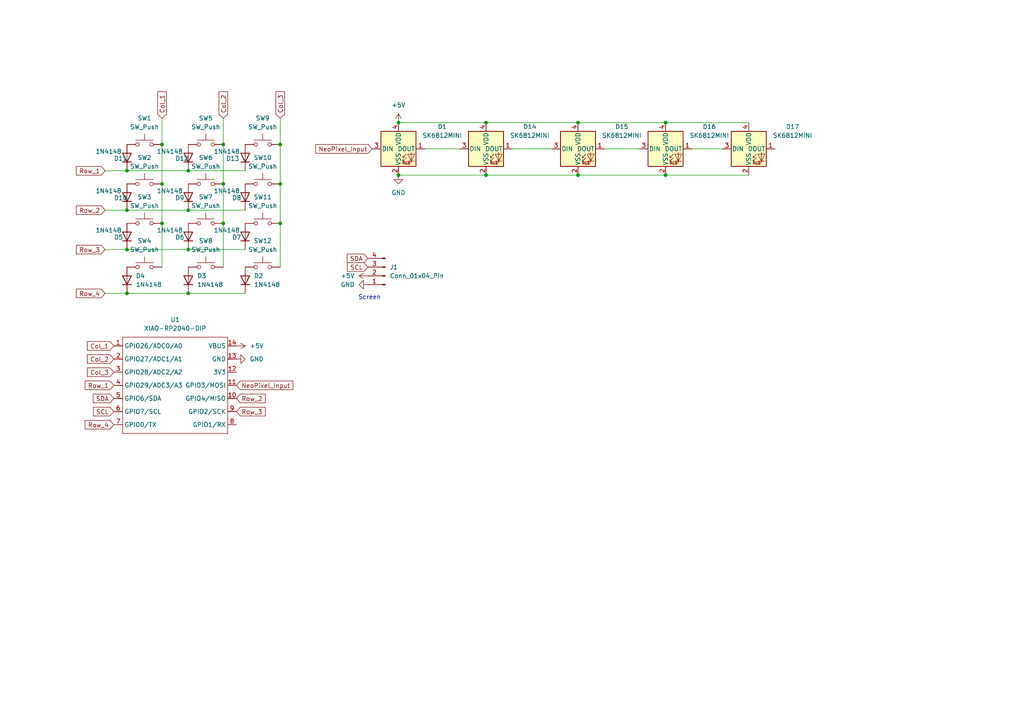
<source format=kicad_sch>
(kicad_sch (version 20250114) (generator "eeschema") (generator_version "9.0")
  (paper "A4")
  (lib_symbols
    (symbol "Connector:Conn_01x04_Pin" (pin_names (offset 1.016) (hide yes))
      (property "Reference" "J" (at 0 5.08 0))
      (property "Value" "Conn_01x04_Pin" (at 0 -7.62 0))
      (symbol "Conn_01x04_Pin_1_1"
        (rectangle (start 0.8636 2.667) (end 0 2.413) (stroke (width 0.1524)) (fill (type outline)))
        (rectangle (start 0.8636 0.127) (end 0 -0.127) (stroke (width 0.1524)) (fill (type outline)))
        (rectangle (start 0.8636 -2.413) (end 0 -2.667) (stroke (width 0.1524)) (fill (type outline)))
        (rectangle (start 0.8636 -4.953) (end 0 -5.207) (stroke (width 0.1524)) (fill (type outline)))
        (polyline (pts (xy 1.27 2.54) (xy 0.8636 2.54)) (stroke (width 0.1524)))
        (polyline (pts (xy 1.27 0) (xy 0.8636 0)) (stroke (width 0.1524)))
        (polyline (pts (xy 1.27 -2.54) (xy 0.8636 -2.54)) (stroke (width 0.1524)))
        (polyline (pts (xy 1.27 -5.08) (xy 0.8636 -5.08)) (stroke (width 0.1524)))
        (pin passive line (at 5.08 2.54 180) (length 3.81) (name "Pin_1") (number "1"))
        (pin passive line (at 5.08 0 180) (length 3.81) (name "Pin_2") (number "2"))
        (pin passive line (at 5.08 -2.54 180) (length 3.81) (name "Pin_3") (number "3"))
        (pin passive line (at 5.08 -5.08 180) (length 3.81) (name "Pin_4") (number "4"))
      )
    )
    (symbol "Diode:1N4148" (pin_numbers (hide yes)) (pin_names (hide yes))
      (property "Reference" "D" (at 0 2.54 0))
      (property "Value" "1N4148" (at 0 -2.54 0))
      (symbol "1N4148_0_1"
        (polyline (pts (xy -1.27 1.27) (xy -1.27 -1.27)) (stroke (width 0.254)))
        (polyline (pts (xy 1.27 1.27) (xy 1.27 -1.27) (xy -1.27 0) (xy 1.27 1.27)) (stroke (width 0.254)))
        (polyline (pts (xy 1.27 0) (xy -1.27 0)))
      )
      (symbol "1N4148_1_1"
        (pin passive line (at -3.81 0 0) (length 2.54) (name "K") (number "1"))
        (pin passive line (at 3.81 0 180) (length 2.54) (name "A") (number "2"))
      )
    )
    (symbol "LED:SK6812MINI" (pin_names (offset 0.254))
      (property "Reference" "D" (at 5.08 5.715 0))
      (property "Value" "SK6812MINI" (at 1.27 -5.715 0))
      (symbol "SK6812MINI_0_0"
        (text "RGB" (at 2.286 -4.191 0) (effects (font (size 0.762 0.762))))
      )
      (symbol "SK6812MINI_0_1"
        (polyline (pts (xy 1.27 -2.54) (xy 1.778 -2.54)))
        (polyline (pts (xy 1.27 -3.556) (xy 1.778 -3.556)))
        (polyline (pts (xy 2.286 -1.524) (xy 1.27 -2.54) (xy 1.27 -2.032)))
        (polyline (pts (xy 2.286 -2.54) (xy 1.27 -3.556) (xy 1.27 -3.048)))
        (polyline (pts (xy 3.683 -1.016) (xy 3.683 -3.556) (xy 3.683 -4.064)))
        (polyline (pts (xy 4.699 -1.524) (xy 2.667 -1.524) (xy 3.683 -3.556) (xy 4.699 -1.524)))
        (polyline (pts (xy 4.699 -3.556) (xy 2.667 -3.556)))
        (rectangle (start 5.08 5.08) (end -5.08 -5.08) (stroke (width 0.254)) (fill (type background)))
      )
      (symbol "SK6812MINI_1_1"
        (pin input line (at -7.62 0 0) (length 2.54) (name "DIN") (number "3"))
        (pin power_in line (at 0 7.62 270) (length 2.54) (name "VDD") (number "4"))
        (pin power_in line (at 0 -7.62 90) (length 2.54) (name "VSS") (number "2"))
        (pin output line (at 7.62 0 180) (length 2.54) (name "DOUT") (number "1"))
      )
    )
    (symbol "OPL_LIB:XIAO-RP2040-DIP"
      (property "Reference" "U" (at 0 0 0))
      (property "Value" "XIAO-RP2040-DIP" (at 5.334 -1.778 0))
      (symbol "XIAO-RP2040-DIP_1_0"
        (polyline (pts (xy -1.27 -2.54) (xy 29.21 -2.54)) (stroke (width 0.1524)))
        (polyline (pts (xy -1.27 -5.08) (xy -2.54 -5.08)) (stroke (width 0.1524)))
        (polyline (pts (xy -1.27 -5.08) (xy -1.27 -2.54)) (stroke (width 0.1524)))
        (polyline (pts (xy -1.27 -8.89) (xy -2.54 -8.89)) (stroke (width 0.1524)))
        (polyline (pts (xy -1.27 -8.89) (xy -1.27 -5.08)) (stroke (width 0.1524)))
        (polyline (pts (xy -1.27 -12.7) (xy -2.54 -12.7)) (stroke (width 0.1524)))
        (polyline (pts (xy -1.27 -12.7) (xy -1.27 -8.89)) (stroke (width 0.1524)))
        (polyline (pts (xy -1.27 -16.51) (xy -2.54 -16.51)) (stroke (width 0.1524)))
        (polyline (pts (xy -1.27 -16.51) (xy -1.27 -12.7)) (stroke (width 0.1524)))
        (polyline (pts (xy -1.27 -20.32) (xy -2.54 -20.32)) (stroke (width 0.1524)))
        (polyline (pts (xy -1.27 -24.13) (xy -2.54 -24.13)) (stroke (width 0.1524)))
        (polyline (pts (xy -1.27 -27.94) (xy -2.54 -27.94)) (stroke (width 0.1524)))
        (polyline (pts (xy -1.27 -30.48) (xy -1.27 -16.51)) (stroke (width 0.1524)))
        (polyline (pts (xy 29.21 -2.54) (xy 29.21 -5.08)) (stroke (width 0.1524)))
        (polyline (pts (xy 29.21 -5.08) (xy 29.21 -8.89)) (stroke (width 0.1524)))
        (polyline (pts (xy 29.21 -8.89) (xy 29.21 -12.7)) (stroke (width 0.1524)))
        (polyline (pts (xy 29.21 -12.7) (xy 29.21 -30.48)) (stroke (width 0.1524)))
        (polyline (pts (xy 29.21 -30.48) (xy -1.27 -30.48)) (stroke (width 0.1524)))
        (polyline (pts (xy 30.48 -5.08) (xy 29.21 -5.08)) (stroke (width 0.1524)))
        (polyline (pts (xy 30.48 -8.89) (xy 29.21 -8.89)) (stroke (width 0.1524)))
        (polyline (pts (xy 30.48 -12.7) (xy 29.21 -12.7)) (stroke (width 0.1524)))
        (polyline (pts (xy 30.48 -16.51) (xy 29.21 -16.51)) (stroke (width 0.1524)))
        (polyline (pts (xy 30.48 -20.32) (xy 29.21 -20.32)) (stroke (width 0.1524)))
        (polyline (pts (xy 30.48 -24.13) (xy 29.21 -24.13)) (stroke (width 0.1524)))
        (polyline (pts (xy 30.48 -27.94) (xy 29.21 -27.94)) (stroke (width 0.1524)))
        (pin passive line (at -3.81 -5.08 0) (length 2.54) (name "GPIO26/ADC0/A0") (number "1"))
        (pin passive line (at -3.81 -8.89 0) (length 2.54) (name "GPIO27/ADC1/A1") (number "2"))
        (pin passive line (at -3.81 -12.7 0) (length 2.54) (name "GPIO28/ADC2/A2") (number "3"))
        (pin passive line (at -3.81 -16.51 0) (length 2.54) (name "GPIO29/ADC3/A3") (number "4"))
        (pin passive line (at -3.81 -20.32 0) (length 2.54) (name "GPIO6/SDA") (number "5"))
        (pin passive line (at -3.81 -24.13 0) (length 2.54) (name "GPIO7/SCL") (number "6"))
        (pin passive line (at -3.81 -27.94 0) (length 2.54) (name "GPIO0/TX") (number "7"))
        (pin passive line (at 31.75 -5.08 180) (length 2.54) (name "VBUS") (number "14"))
        (pin passive line (at 31.75 -8.89 180) (length 2.54) (name "GND") (number "13"))
        (pin passive line (at 31.75 -12.7 180) (length 2.54) (name "3V3") (number "12"))
        (pin passive line (at 31.75 -16.51 180) (length 2.54) (name "GPIO3/MOSI") (number "11"))
        (pin passive line (at 31.75 -20.32 180) (length 2.54) (name "GPIO4/MISO") (number "10"))
        (pin passive line (at 31.75 -24.13 180) (length 2.54) (name "GPIO2/SCK") (number "9"))
        (pin passive line (at 31.75 -27.94 180) (length 2.54) (name "GPIO1/RX") (number "8"))
      )
    )
    (symbol "Switch:SW_Push" (pin_numbers (hide yes)) (pin_names (offset 1.016) (hide yes))
      (property "Reference" "SW" (at 1.27 2.54 0))
      (property "Value" "SW_Push" (at 0 -1.524 0))
      (symbol "SW_Push_0_1"
        (circle (center -2.032 0) (radius 0.508))
        (polyline (pts (xy 0 1.27) (xy 0 3.048)))
        (circle (center 2.032 0) (radius 0.508))
        (polyline (pts (xy 2.54 1.27) (xy -2.54 1.27)))
        (pin passive line (at -5.08 0 0) (length 2.54) (name "1") (number "1"))
        (pin passive line (at 5.08 0 180) (length 2.54) (name "2") (number "2"))
      )
    )
    (symbol "power:+5V" (power) (pin_numbers (hide yes)) (pin_names (offset 0) (hide yes))
      (property "Value" "+5V" (at 0 3.556 0))
      (symbol "+5V_0_1"
        (polyline (pts (xy -0.762 1.27) (xy 0 2.54)))
        (polyline (pts (xy 0 2.54) (xy 0.762 1.27)))
        (polyline (pts (xy 0 0) (xy 0 2.54)))
      )
      (symbol "+5V_1_1"
        (pin power_in line (at 0 0 90) (length 0) (name "~") (number "1"))
      )
    )
    (symbol "power:GND" (power) (pin_numbers (hide yes)) (pin_names (offset 0) (hide yes))
      (property "Value" "GND" (at 0 -3.81 0))
      (symbol "GND_0_1"
        (polyline (pts (xy 0 0) (xy 0 -1.27) (xy 1.27 -1.27) (xy 0 -2.54) (xy -1.27 -1.27) (xy 0 -1.27)))
      )
      (symbol "GND_1_1"
        (pin power_in line (at 0 0 270) (length 0) (name "~") (number "1"))
      )
    )
  )
  (text "Screen\n" (at 107.188 86.36 0) (effects (font (size 1.27 1.27))))
  (junction (at 36.83 85.09))
  (junction (at 54.61 72.39))
  (junction (at 64.77 64.77))
  (junction (at 81.28 41.91))
  (junction (at 140.97 35.56))
  (junction (at 36.83 72.39))
  (junction (at 36.83 49.53))
  (junction (at 115.57 50.8))
  (junction (at 54.61 85.09))
  (junction (at 46.99 41.91))
  (junction (at 81.28 53.34))
  (junction (at 46.99 53.34))
  (junction (at 193.04 35.56))
  (junction (at 46.99 64.77))
  (junction (at 167.64 50.8))
  (junction (at 54.61 49.53))
  (junction (at 64.77 41.91))
  (junction (at 193.04 50.8))
  (junction (at 36.83 60.96))
  (junction (at 81.28 64.77))
  (junction (at 167.64 35.56))
  (junction (at 64.77 53.34))
  (junction (at 115.57 35.56))
  (junction (at 54.61 60.96))
  (junction (at 140.97 50.8))
  (wire (pts (xy 123.19 43.18) (xy 133.35 43.18)))
  (wire (pts (xy 115.57 35.56) (xy 140.97 35.56)))
  (wire (pts (xy 46.99 34.29) (xy 46.99 41.91)))
  (wire (pts (xy 30.48 49.53) (xy 36.83 49.53)))
  (wire (pts (xy 30.48 85.09) (xy 36.83 85.09)))
  (wire (pts (xy 64.77 64.77) (xy 64.77 77.47)))
  (wire (pts (xy 167.64 50.8) (xy 193.04 50.8)))
  (wire (pts (xy 115.57 50.8) (xy 140.97 50.8)))
  (wire (pts (xy 54.61 85.09) (xy 71.12 85.09)))
  (wire (pts (xy 81.28 64.77) (xy 81.28 77.47)))
  (wire (pts (xy 193.04 50.8) (xy 217.17 50.8)))
  (wire (pts (xy 64.77 34.29) (xy 64.77 41.91)))
  (wire (pts (xy 81.28 41.91) (xy 81.28 53.34)))
  (wire (pts (xy 200.66 43.18) (xy 209.55 43.18)))
  (wire (pts (xy 30.48 72.39) (xy 36.83 72.39)))
  (wire (pts (xy 30.48 60.96) (xy 36.83 60.96)))
  (wire (pts (xy 81.28 34.29) (xy 81.28 41.91)))
  (wire (pts (xy 64.77 41.91) (xy 64.77 53.34)))
  (wire (pts (xy 148.59 43.18) (xy 160.02 43.18)))
  (wire (pts (xy 36.83 72.39) (xy 54.61 72.39)))
  (wire (pts (xy 46.99 64.77) (xy 46.99 77.47)))
  (wire (pts (xy 193.04 35.56) (xy 217.17 35.56)))
  (wire (pts (xy 167.64 35.56) (xy 193.04 35.56)))
  (wire (pts (xy 36.83 85.09) (xy 54.61 85.09)))
  (wire (pts (xy 54.61 49.53) (xy 71.12 49.53)))
  (wire (pts (xy 140.97 35.56) (xy 167.64 35.56)))
  (wire (pts (xy 54.61 72.39) (xy 71.12 72.39)))
  (wire (pts (xy 175.26 43.18) (xy 185.42 43.18)))
  (wire (pts (xy 46.99 53.34) (xy 46.99 64.77)))
  (wire (pts (xy 36.83 49.53) (xy 54.61 49.53)))
  (wire (pts (xy 36.83 60.96) (xy 54.61 60.96)))
  (wire (pts (xy 140.97 50.8) (xy 167.64 50.8)))
  (wire (pts (xy 64.77 53.34) (xy 64.77 64.77)))
  (wire (pts (xy 54.61 60.96) (xy 71.12 60.96)))
  (wire (pts (xy 81.28 53.34) (xy 81.28 64.77)))
  (wire (pts (xy 46.99 41.91) (xy 46.99 53.34)))
  (global_label "Col_1" (shape input) (at 46.99 34.29 90) (property "Intersheetrefs" "${INTERSHEET_REFS}" (effects (hide yes))))
  (global_label "NeoPixel_Input" (shape input) (at 68.58 111.76 0) (property "Intersheetrefs" "${INTERSHEET_REFS}" (effects (hide yes))))
  (global_label "Col_3" (shape input) (at 33.02 107.95 180) (property "Intersheetrefs" "${INTERSHEET_REFS}" (effects (hide yes))))
  (global_label "Row_3" (shape input) (at 30.48 72.39 180) (property "Intersheetrefs" "${INTERSHEET_REFS}" (effects (hide yes))))
  (global_label "SCL" (shape input) (at 106.68 77.47 180) (property "Intersheetrefs" "${INTERSHEET_REFS}" (effects (hide yes))))
  (global_label "Row_4" (shape input) (at 30.48 85.09 180) (property "Intersheetrefs" "${INTERSHEET_REFS}" (effects (hide yes))))
  (global_label "Row_2" (shape input) (at 68.58 115.57 0) (property "Intersheetrefs" "${INTERSHEET_REFS}" (effects (hide yes))))
  (global_label "Col_2" (shape input) (at 64.77 34.29 90) (property "Intersheetrefs" "${INTERSHEET_REFS}" (effects (hide yes))))
  (global_label "Row_1" (shape input) (at 33.02 111.76 180) (property "Intersheetrefs" "${INTERSHEET_REFS}" (effects (hide yes))))
  (global_label "Row_4" (shape input) (at 33.02 123.19 180) (property "Intersheetrefs" "${INTERSHEET_REFS}" (effects (hide yes))))
  (global_label "NeoPixel_Input" (shape input) (at 107.95 43.18 180) (property "Intersheetrefs" "${INTERSHEET_REFS}" (effects (hide yes))))
  (global_label "Col_3" (shape input) (at 81.28 34.29 90) (property "Intersheetrefs" "${INTERSHEET_REFS}" (effects (hide yes))))
  (global_label "Col_1" (shape input) (at 33.02 100.33 180) (property "Intersheetrefs" "${INTERSHEET_REFS}" (effects (hide yes))))
  (global_label "SDA" (shape input) (at 33.02 115.57 180) (property "Intersheetrefs" "${INTERSHEET_REFS}" (effects (hide yes))))
  (global_label "Row_3" (shape input) (at 68.58 119.38 0) (property "Intersheetrefs" "${INTERSHEET_REFS}" (effects (hide yes))))
  (global_label "SCL" (shape input) (at 33.02 119.38 180) (property "Intersheetrefs" "${INTERSHEET_REFS}" (effects (hide yes))))
  (global_label "Row_2" (shape input) (at 30.48 60.96 180) (property "Intersheetrefs" "${INTERSHEET_REFS}" (effects (hide yes))))
  (global_label "Col_2" (shape input) (at 33.02 104.14 180) (property "Intersheetrefs" "${INTERSHEET_REFS}" (effects (hide yes))))
  (global_label "SDA" (shape input) (at 106.68 74.93 180) (property "Intersheetrefs" "${INTERSHEET_REFS}" (effects (hide yes))))
  (global_label "Row_1" (shape input) (at 30.48 49.53 180) (property "Intersheetrefs" "${INTERSHEET_REFS}" (effects (hide yes))))
  (symbol (lib_id "Switch:SW_Push") (at 76.2 53.34 0) (unit 1)
    (property "Reference" "SW10" (at 76.2 45.72 0))
    (property "Value" "SW_Push" (at 76.2 48.26 0))
    (property "Footprint" "Button_Switch_Keyboard:SW_Cherry_MX_1.00u_PCB" (effects (hide yes)))
    (property "Description" "Push button switch, generic, two pins" (effects (hide yes)))
  )
  (symbol (lib_id "OPL_LIB:XIAO-RP2040-DIP") (at 36.83 95.25 0) (unit 1)
    (property "Reference" "U1" (at 50.8 92.71 0))
    (property "Value" "XIAO-RP2040-DIP" (at 50.8 95.25 0))
    (property "Footprint" "OPL_LIB:XIAO-RP2040-DIP" (effects (hide yes)))
  )
  (symbol (lib_id "Switch:SW_Push") (at 76.2 64.77 0) (unit 1)
    (property "Reference" "SW11" (at 76.2 57.15 0))
    (property "Value" "SW_Push" (at 76.2 59.69 0))
    (property "Footprint" "Button_Switch_Keyboard:SW_Cherry_MX_1.00u_PCB" (effects (hide yes)))
    (property "Description" "Push button switch, generic, two pins" (effects (hide yes)))
  )
  (symbol (lib_id "Diode:1N4148") (at 54.61 45.72 90) (unit 1)
    (property "Reference" "D12" (at 50.8 45.974 90) (effects (justify right)))
    (property "Value" "1N4148" (at 45.466 43.942 90) (effects (justify right)))
    (property "Footprint" "Diode_THT:D_DO-35_SOD27_P7.62mm_Horizontal" (effects (hide yes)))
    (property "Datasheet" "https://assets.nexperia.com/documents/data-sheet/1N4148_1N4448.pdf" (effects (hide yes)))
    (property "Description" "100V 0.15A standard switching diode, DO-35" (effects (hide yes)))
    (property "Sim.Device" "D" (effects (hide yes)))
    (property "Sim.Pins" "1=K 2=A" (effects (hide yes)))
  )
  (symbol (lib_id "Switch:SW_Push") (at 76.2 77.47 0) (unit 1)
    (property "Reference" "SW12" (at 76.2 69.85 0))
    (property "Value" "SW_Push" (at 76.2 72.39 0))
    (property "Footprint" "Button_Switch_Keyboard:SW_Cherry_MX_1.00u_PCB" (effects (hide yes)))
    (property "Description" "Push button switch, generic, two pins" (effects (hide yes)))
  )
  (symbol (lib_id "power:+5V") (at 115.57 35.56 0) (unit 1)
    (property "Reference" "#PWR03" (effects (hide yes)))
    (property "Value" "+5V" (at 115.57 30.48 0))
    (property "Description" "Power symbol creates a global label with name \"+5V\"" (effects (hide yes)))
  )
  (symbol (lib_id "power:GND") (at 68.58 104.14 90) (unit 1)
    (property "Reference" "#PWR02" (effects (hide yes)))
    (property "Value" "GND" (at 72.39 104.1399 90) (effects (justify right)))
    (property "Description" "Power symbol creates a global label with name \"GND\" , ground" (effects (hide yes)))
  )
  (symbol (lib_id "Switch:SW_Push") (at 59.69 53.34 0) (unit 1)
    (property "Reference" "SW6" (at 59.69 45.72 0))
    (property "Value" "SW_Push" (at 59.69 48.26 0))
    (property "Footprint" "Button_Switch_Keyboard:SW_Cherry_MX_1.00u_PCB" (effects (hide yes)))
    (property "Description" "Push button switch, generic, two pins" (effects (hide yes)))
  )
  (symbol (lib_id "Switch:SW_Push") (at 41.91 64.77 0) (unit 1)
    (property "Reference" "SW3" (at 41.91 57.15 0))
    (property "Value" "SW_Push" (at 41.91 59.69 0))
    (property "Footprint" "Button_Switch_Keyboard:SW_Cherry_MX_1.00u_PCB" (effects (hide yes)))
    (property "Description" "Push button switch, generic, two pins" (effects (hide yes)))
  )
  (symbol (lib_id "Switch:SW_Push") (at 59.69 41.91 0) (unit 1)
    (property "Reference" "SW5" (at 59.69 34.29 0))
    (property "Value" "SW_Push" (at 59.69 36.83 0))
    (property "Footprint" "Button_Switch_Keyboard:SW_Cherry_MX_1.00u_PCB" (effects (hide yes)))
    (property "Description" "Push button switch, generic, two pins" (effects (hide yes)))
  )
  (symbol (lib_id "Switch:SW_Push") (at 41.91 41.91 0) (unit 1)
    (property "Reference" "SW1" (at 41.91 34.29 0))
    (property "Value" "SW_Push" (at 41.91 36.83 0))
    (property "Footprint" "Button_Switch_Keyboard:SW_Cherry_MX_1.00u_PCB" (effects (hide yes)))
    (property "Description" "Push button switch, generic, two pins" (effects (hide yes)))
  )
  (symbol (lib_id "power:+5V") (at 68.58 100.33 270) (unit 1)
    (property "Reference" "#PWR01" (effects (hide yes)))
    (property "Value" "+5V" (at 72.39 100.3299 90) (effects (justify left)))
    (property "Description" "Power symbol creates a global label with name \"+5V\"" (effects (hide yes)))
  )
  (symbol (lib_id "Diode:1N4148") (at 54.61 57.15 90) (unit 1)
    (property "Reference" "D9" (at 50.8 57.404 90) (effects (justify right)))
    (property "Value" "1N4148" (at 45.466 55.372 90) (effects (justify right)))
    (property "Footprint" "Diode_THT:D_DO-35_SOD27_P7.62mm_Horizontal" (effects (hide yes)))
    (property "Datasheet" "https://assets.nexperia.com/documents/data-sheet/1N4148_1N4448.pdf" (effects (hide yes)))
    (property "Description" "100V 0.15A standard switching diode, DO-35" (effects (hide yes)))
    (property "Sim.Device" "D" (effects (hide yes)))
    (property "Sim.Pins" "1=K 2=A" (effects (hide yes)))
  )
  (symbol (lib_id "LED:SK6812MINI") (at 217.17 43.18 0) (unit 1)
    (property "Reference" "D17" (at 229.87 36.7598 0))
    (property "Value" "SK6812MINI" (at 229.87 39.2998 0))
    (property "Footprint" "LED_SMD:LED_SK6812MINI_PLCC4_3.5x3.5mm_P1.75mm" (effects (hide yes)))
    (property "Datasheet" "https://cdn-shop.adafruit.com/product-files/2686/SK6812MINI_REV.01-1-2.pdf" (effects (hide yes)))
    (property "Description" "RGB LED with integrated controller" (effects (hide yes)))
  )
  (symbol (lib_id "LED:SK6812MINI") (at 193.04 43.18 0) (unit 1)
    (property "Reference" "D16" (at 205.74 36.7598 0))
    (property "Value" "SK6812MINI" (at 205.74 39.2998 0))
    (property "Footprint" "LED_SMD:LED_SK6812MINI_PLCC4_3.5x3.5mm_P1.75mm" (effects (hide yes)))
    (property "Datasheet" "https://cdn-shop.adafruit.com/product-files/2686/SK6812MINI_REV.01-1-2.pdf" (effects (hide yes)))
    (property "Description" "RGB LED with integrated controller" (effects (hide yes)))
  )
  (symbol (lib_id "Connector:Conn_01x04_Pin") (at 111.76 80.01 180) (unit 1)
    (property "Reference" "J1" (at 113.03 77.4699 0) (effects (justify right)))
    (property "Value" "Conn_01x04_Pin" (at 113.03 80.0099 0) (effects (justify right)))
    (property "Footprint" "OLED_SCREEN:SSD1306-0.91-OLED-4pin-128x32" (effects (hide yes)))
    (property "Description" "Generic connector, single row, 01x04, script generated" (effects (hide yes)))
  )
  (symbol (lib_id "Switch:SW_Push") (at 59.69 77.47 0) (unit 1)
    (property "Reference" "SW8" (at 59.69 69.85 0))
    (property "Value" "SW_Push" (at 59.69 72.39 0))
    (property "Footprint" "Button_Switch_Keyboard:SW_Cherry_MX_1.00u_PCB" (effects (hide yes)))
    (property "Description" "Push button switch, generic, two pins" (effects (hide yes)))
  )
  (symbol (lib_id "Diode:1N4148") (at 36.83 81.28 90) (unit 1)
    (property "Reference" "D4" (at 39.37 80.0099 90) (effects (justify right)))
    (property "Value" "1N4148" (at 39.37 82.5499 90) (effects (justify right)))
    (property "Footprint" "Diode_THT:D_DO-35_SOD27_P7.62mm_Horizontal" (effects (hide yes)))
    (property "Datasheet" "https://assets.nexperia.com/documents/data-sheet/1N4148_1N4448.pdf" (effects (hide yes)))
    (property "Description" "100V 0.15A standard switching diode, DO-35" (effects (hide yes)))
    (property "Sim.Device" "D" (effects (hide yes)))
    (property "Sim.Pins" "1=K 2=A" (effects (hide yes)))
  )
  (symbol (lib_id "power:GND") (at 106.68 82.55 270) (unit 1)
    (property "Reference" "#PWR05" (effects (hide yes)))
    (property "Value" "GND" (at 102.87 82.5499 90) (effects (justify right)))
    (property "Description" "Power symbol creates a global label with name \"GND\" , ground" (effects (hide yes)))
  )
  (symbol (lib_id "Diode:1N4148") (at 54.61 68.58 90) (unit 1)
    (property "Reference" "D6" (at 50.8 68.834 90) (effects (justify right)))
    (property "Value" "1N4148" (at 45.466 66.802 90) (effects (justify right)))
    (property "Footprint" "Diode_THT:D_DO-35_SOD27_P7.62mm_Horizontal" (effects (hide yes)))
    (property "Datasheet" "https://assets.nexperia.com/documents/data-sheet/1N4148_1N4448.pdf" (effects (hide yes)))
    (property "Description" "100V 0.15A standard switching diode, DO-35" (effects (hide yes)))
    (property "Sim.Device" "D" (effects (hide yes)))
    (property "Sim.Pins" "1=K 2=A" (effects (hide yes)))
  )
  (symbol (lib_id "Switch:SW_Push") (at 41.91 53.34 0) (unit 1)
    (property "Reference" "SW2" (at 41.91 45.72 0))
    (property "Value" "SW_Push" (at 41.91 48.26 0))
    (property "Footprint" "Button_Switch_Keyboard:SW_Cherry_MX_1.00u_PCB" (effects (hide yes)))
    (property "Description" "Push button switch, generic, two pins" (effects (hide yes)))
  )
  (symbol (lib_id "Switch:SW_Push") (at 76.2 41.91 0) (unit 1)
    (property "Reference" "SW9" (at 76.2 34.29 0))
    (property "Value" "SW_Push" (at 76.2 36.83 0))
    (property "Footprint" "Button_Switch_Keyboard:SW_Cherry_MX_1.00u_PCB" (effects (hide yes)))
    (property "Description" "Push button switch, generic, two pins" (effects (hide yes)))
  )
  (symbol (lib_id "LED:SK6812MINI") (at 140.97 43.18 0) (unit 1)
    (property "Reference" "D14" (at 153.67 36.7598 0))
    (property "Value" "SK6812MINI" (at 153.67 39.2998 0))
    (property "Footprint" "LED_SMD:LED_SK6812MINI_PLCC4_3.5x3.5mm_P1.75mm" (effects (hide yes)))
    (property "Datasheet" "https://cdn-shop.adafruit.com/product-files/2686/SK6812MINI_REV.01-1-2.pdf" (effects (hide yes)))
    (property "Description" "RGB LED with integrated controller" (effects (hide yes)))
  )
  (symbol (lib_id "Diode:1N4148") (at 54.61 81.28 90) (unit 1)
    (property "Reference" "D3" (at 57.15 80.0099 90) (effects (justify right)))
    (property "Value" "1N4148" (at 57.15 82.5499 90) (effects (justify right)))
    (property "Footprint" "Diode_THT:D_DO-35_SOD27_P7.62mm_Horizontal" (effects (hide yes)))
    (property "Datasheet" "https://assets.nexperia.com/documents/data-sheet/1N4148_1N4448.pdf" (effects (hide yes)))
    (property "Description" "100V 0.15A standard switching diode, DO-35" (effects (hide yes)))
    (property "Sim.Device" "D" (effects (hide yes)))
    (property "Sim.Pins" "1=K 2=A" (effects (hide yes)))
  )
  (symbol (lib_id "Diode:1N4148") (at 71.12 57.15 90) (unit 1)
    (property "Reference" "D8" (at 67.31 57.404 90) (effects (justify right)))
    (property "Value" "1N4148" (at 61.976 55.372 90) (effects (justify right)))
    (property "Footprint" "Diode_THT:D_DO-35_SOD27_P7.62mm_Horizontal" (effects (hide yes)))
    (property "Datasheet" "https://assets.nexperia.com/documents/data-sheet/1N4148_1N4448.pdf" (effects (hide yes)))
    (property "Description" "100V 0.15A standard switching diode, DO-35" (effects (hide yes)))
    (property "Sim.Device" "D" (effects (hide yes)))
    (property "Sim.Pins" "1=K 2=A" (effects (hide yes)))
  )
  (symbol (lib_id "Diode:1N4148") (at 36.83 68.58 90) (unit 1)
    (property "Reference" "D5" (at 33.02 68.834 90) (effects (justify right)))
    (property "Value" "1N4148" (at 27.686 66.802 90) (effects (justify right)))
    (property "Footprint" "Diode_THT:D_DO-35_SOD27_P7.62mm_Horizontal" (effects (hide yes)))
    (property "Datasheet" "https://assets.nexperia.com/documents/data-sheet/1N4148_1N4448.pdf" (effects (hide yes)))
    (property "Description" "100V 0.15A standard switching diode, DO-35" (effects (hide yes)))
    (property "Sim.Device" "D" (effects (hide yes)))
    (property "Sim.Pins" "1=K 2=A" (effects (hide yes)))
  )
  (symbol (lib_id "LED:SK6812MINI") (at 167.64 43.18 0) (unit 1)
    (property "Reference" "D15" (at 180.34 36.7598 0))
    (property "Value" "SK6812MINI" (at 180.34 39.2998 0))
    (property "Footprint" "LED_SMD:LED_SK6812MINI_PLCC4_3.5x3.5mm_P1.75mm" (effects (hide yes)))
    (property "Datasheet" "https://cdn-shop.adafruit.com/product-files/2686/SK6812MINI_REV.01-1-2.pdf" (effects (hide yes)))
    (property "Description" "RGB LED with integrated controller" (effects (hide yes)))
  )
  (symbol (lib_id "Switch:SW_Push") (at 59.69 64.77 0) (unit 1)
    (property "Reference" "SW7" (at 59.69 57.15 0))
    (property "Value" "SW_Push" (at 59.69 59.69 0))
    (property "Footprint" "Button_Switch_Keyboard:SW_Cherry_MX_1.00u_PCB" (effects (hide yes)))
    (property "Description" "Push button switch, generic, two pins" (effects (hide yes)))
  )
  (symbol (lib_id "power:GND") (at 115.57 50.8 0) (unit 1)
    (property "Reference" "#PWR04" (effects (hide yes)))
    (property "Value" "GND" (at 115.57 55.88 0))
    (property "Description" "Power symbol creates a global label with name \"GND\" , ground" (effects (hide yes)))
  )
  (symbol (lib_id "Diode:1N4148") (at 71.12 45.72 90) (unit 1)
    (property "Reference" "D13" (at 65.532 45.974 90) (effects (justify right)))
    (property "Value" "1N4148" (at 61.976 43.942 90) (effects (justify right)))
    (property "Footprint" "Diode_THT:D_DO-35_SOD27_P7.62mm_Horizontal" (effects (hide yes)))
    (property "Datasheet" "https://assets.nexperia.com/documents/data-sheet/1N4148_1N4448.pdf" (effects (hide yes)))
    (property "Description" "100V 0.15A standard switching diode, DO-35" (effects (hide yes)))
    (property "Sim.Device" "D" (effects (hide yes)))
    (property "Sim.Pins" "1=K 2=A" (effects (hide yes)))
  )
  (symbol (lib_id "Diode:1N4148") (at 36.83 45.72 90) (unit 1)
    (property "Reference" "D11" (at 33.02 45.974 90) (effects (justify right)))
    (property "Value" "1N4148" (at 27.686 43.942 90) (effects (justify right)))
    (property "Footprint" "Diode_THT:D_DO-35_SOD27_P7.62mm_Horizontal" (effects (hide yes)))
    (property "Datasheet" "https://assets.nexperia.com/documents/data-sheet/1N4148_1N4448.pdf" (effects (hide yes)))
    (property "Description" "100V 0.15A standard switching diode, DO-35" (effects (hide yes)))
    (property "Sim.Device" "D" (effects (hide yes)))
    (property "Sim.Pins" "1=K 2=A" (effects (hide yes)))
  )
  (symbol (lib_id "Diode:1N4148") (at 71.12 81.28 90) (unit 1)
    (property "Reference" "D2" (at 73.66 80.0099 90) (effects (justify right)))
    (property "Value" "1N4148" (at 73.66 82.5499 90) (effects (justify right)))
    (property "Footprint" "Diode_THT:D_DO-35_SOD27_P7.62mm_Horizontal" (effects (hide yes)))
    (property "Datasheet" "https://assets.nexperia.com/documents/data-sheet/1N4148_1N4448.pdf" (effects (hide yes)))
    (property "Description" "100V 0.15A standard switching diode, DO-35" (effects (hide yes)))
    (property "Sim.Device" "D" (effects (hide yes)))
    (property "Sim.Pins" "1=K 2=A" (effects (hide yes)))
  )
  (symbol (lib_id "Switch:SW_Push") (at 41.91 77.47 0) (unit 1)
    (property "Reference" "SW4" (at 41.91 69.85 0))
    (property "Value" "SW_Push" (at 41.91 72.39 0))
    (property "Footprint" "Button_Switch_Keyboard:SW_Cherry_MX_1.00u_PCB" (effects (hide yes)))
    (property "Description" "Push button switch, generic, two pins" (effects (hide yes)))
  )
  (symbol (lib_id "Diode:1N4148") (at 71.12 68.58 90) (unit 1)
    (property "Reference" "D7" (at 67.31 68.834 90) (effects (justify right)))
    (property "Value" "1N4148" (at 61.976 66.802 90) (effects (justify right)))
    (property "Footprint" "Diode_THT:D_DO-35_SOD27_P7.62mm_Horizontal" (effects (hide yes)))
    (property "Datasheet" "https://assets.nexperia.com/documents/data-sheet/1N4148_1N4448.pdf" (effects (hide yes)))
    (property "Description" "100V 0.15A standard switching diode, DO-35" (effects (hide yes)))
    (property "Sim.Device" "D" (effects (hide yes)))
    (property "Sim.Pins" "1=K 2=A" (effects (hide yes)))
  )
  (symbol (lib_id "Diode:1N4148") (at 36.83 57.15 90) (unit 1)
    (property "Reference" "D10" (at 33.02 57.404 90) (effects (justify right)))
    (property "Value" "1N4148" (at 27.686 55.372 90) (effects (justify right)))
    (property "Footprint" "Diode_THT:D_DO-35_SOD27_P7.62mm_Horizontal" (effects (hide yes)))
    (property "Datasheet" "https://assets.nexperia.com/documents/data-sheet/1N4148_1N4448.pdf" (effects (hide yes)))
    (property "Description" "100V 0.15A standard switching diode, DO-35" (effects (hide yes)))
    (property "Sim.Device" "D" (effects (hide yes)))
    (property "Sim.Pins" "1=K 2=A" (effects (hide yes)))
  )
  (symbol (lib_id "LED:SK6812MINI") (at 115.57 43.18 0) (unit 1)
    (property "Reference" "D1" (at 128.27 36.7598 0))
    (property "Value" "SK6812MINI" (at 128.27 39.2998 0))
    (property "Footprint" "LED_SMD:LED_SK6812MINI_PLCC4_3.5x3.5mm_P1.75mm" (effects (hide yes)))
    (property "Datasheet" "https://cdn-shop.adafruit.com/product-files/2686/SK6812MINI_REV.01-1-2.pdf" (effects (hide yes)))
    (property "Description" "RGB LED with integrated controller" (effects (hide yes)))
  )
  (symbol (lib_id "power:+5V") (at 106.68 80.01 90) (unit 1)
    (property "Reference" "#PWR06" (effects (hide yes)))
    (property "Value" "+5V" (at 102.87 80.0099 90) (effects (justify left)))
    (property "Description" "Power symbol creates a global label with name \"+5V\"" (effects (hide yes)))
  )
)
</source>
